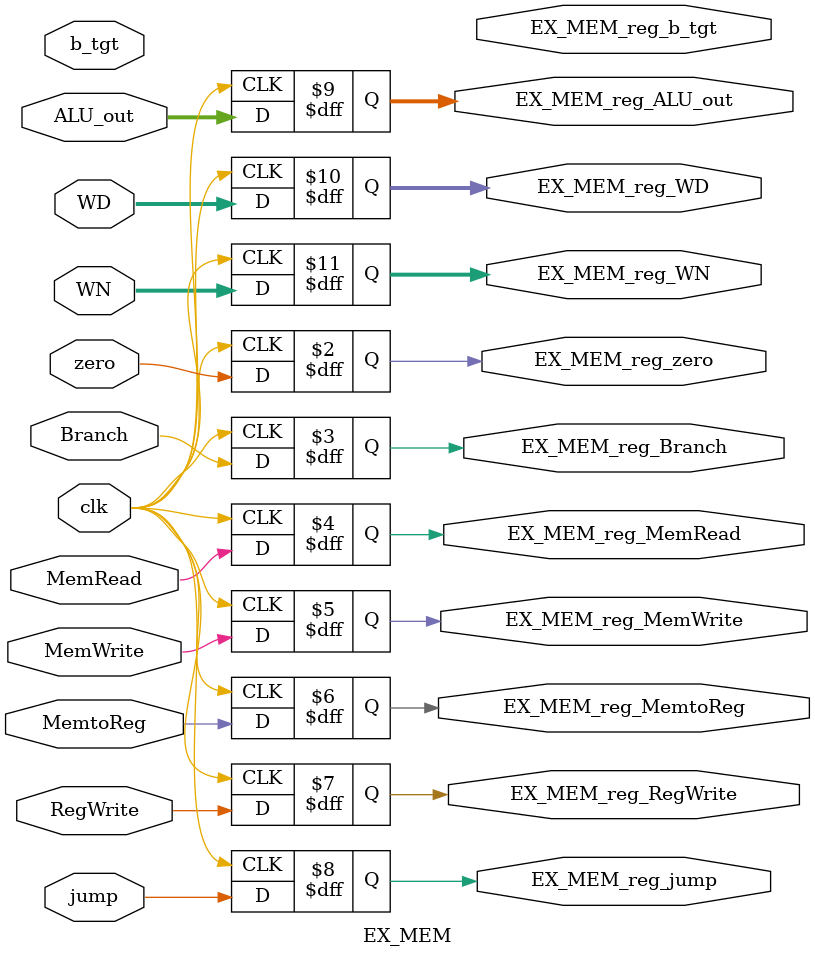
<source format=v>
module EX_MEM( clk, zero, Branch, MemWrite, MemRead, MemtoReg, RegWrite, jump, ALU_out, WD, WN, b_tgt,
				EX_MEM_reg_zero, EX_MEM_reg_Branch, EX_MEM_reg_MemWrite, EX_MEM_reg_MemRead, EX_MEM_reg_MemtoReg,
				EX_MEM_reg_RegWrite, EX_MEM_reg_ALU_out, EX_MEM_reg_WD, EX_MEM_reg_WN, EX_MEM_reg_b_tgt, EX_MEM_reg_jump );
				
	input clk, zero, Branch, MemRead, MemWrite, MemtoReg, RegWrite, jump;
	input [31:0] ALU_out;
	input [31:0] WD;
	input [4:0] WN;
	input [31:0] b_tgt;
	
	output EX_MEM_reg_zero, EX_MEM_reg_Branch, EX_MEM_reg_MemRead, EX_MEM_reg_MemWrite, EX_MEM_reg_MemtoReg, EX_MEM_reg_RegWrite, EX_MEM_reg_jump;
	output [31:0] EX_MEM_reg_ALU_out;
	output [31:0] EX_MEM_reg_WD;
	output [4:0] EX_MEM_reg_WN;
	output [31:0] EX_MEM_reg_b_tgt;
	
	reg EX_MEM_reg_zero, EX_MEM_reg_Branch, EX_MEM_reg_MemRead, EX_MEM_reg_MemWrite, EX_MEM_reg_MemtoReg, EX_MEM_reg_RegWrite, EX_MEM_reg_jump;
	reg [31:0] EX_MEM_reg_ALU_out;
	reg [31:0] EX_MEM_reg_WD;	
	reg [4:0] EX_MEM_reg_WN;
	reg [31:0] EX_MEM_reg_b_tgt;
	
	always @( posedge clk ) begin

		EX_MEM_reg_jump <= jump;
		EX_MEM_reg_ALU_out <= ALU_out;
		EX_MEM_reg_Branch <= Branch;
		EX_MEM_reg_MemRead <= MemRead;
		EX_MEM_reg_MemWrite <= MemWrite;
		EX_MEM_reg_MemtoReg <= MemtoReg;
		EX_MEM_reg_RegWrite <= RegWrite;
		EX_MEM_reg_WD <= WD;
		EX_MEM_reg_WN <= WN;
		EX_MEM_reg_zero <= zero;

	end
	
endmodule
</source>
